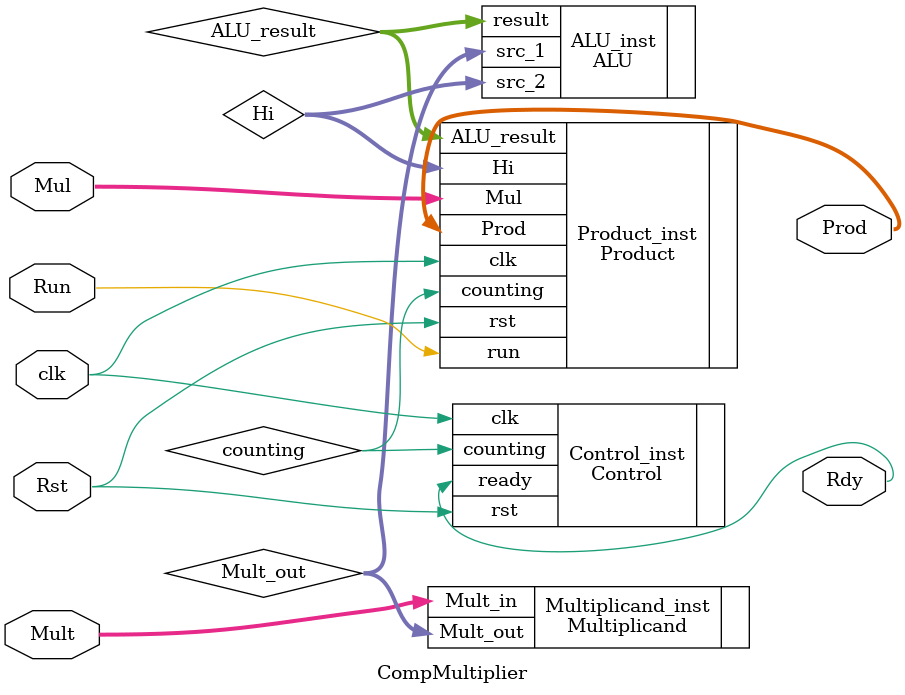
<source format=v>
module CompMultiplier ( 
    output [63:0] Prod, 
    output Rdy, 
    input [31:0] Mult, 
    input [31:0] Mul, 
    input Run, 
    input Rst, 
    input clk
); 

    wire [31:0] Hi; 
    wire [32:0] ALU_result; 
    wire [31:0] Mult_out; 
    wire counting;
    
    ALU ALU_inst ( 
        .src_1(Mult_out), 
        .src_2(Hi), 
        .result(ALU_result) 
    ); 

    Multiplicand Multiplicand_inst ( 
        .Mult_in(Mult), 
        .Mult_out(Mult_out) 
    ); 

    Control Control_inst ( 
        .counting(counting), 
        .rst(Rst),
        .clk(clk),
        .ready(Rdy) 
    ); 

    Product Product_inst ( 
        .clk(clk), 
        .rst(Rst), 
        .run(Run),
        .Mul(Mul), 
        .ALU_result(ALU_result), 
        .Hi(Hi), 
        .Prod(Prod),
        .counting(counting)
    );

endmodule
</source>
